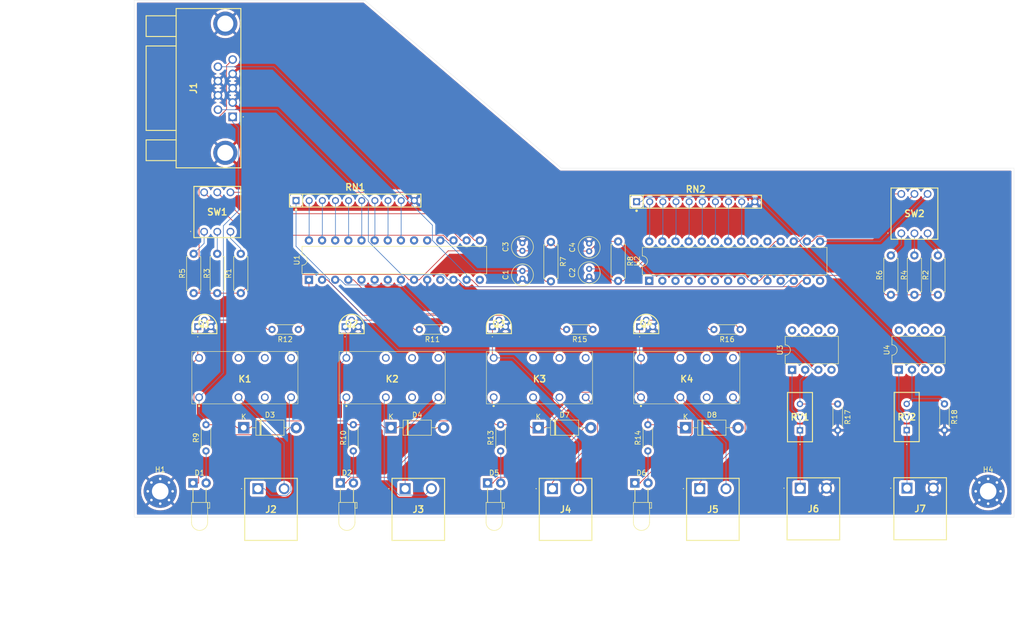
<source format=kicad_pcb>
(kicad_pcb (version 20221018) (generator pcbnew)
  (layers (0 "F.Cu" signal "Front") (31 "B.Cu" signal "Back") (34 "B.Paste" user) (35 "F.Paste" user) (36 "B.SilkS" user "B.Silkscreen") (37 "F.SilkS" user "F.Silkscreen") (38 "B.Mask" user) (39 "F.Mask" user) (44 "Edge.Cuts" user))
  (net 0 "")
  (net 1 "GNDREF")
  (net 2 "Net-(U1-~{RESET})")
  (net 3 "VCC")
  (net 4 "Net-(U2-~{RESET})")
  (net 5 "Net-(D1-K)")
  (net 6 "Net-(D1-A)")
  (net 7 "+12V")
  (net 8 "Net-(J6-Pin_1)")
  (net 9 "Net-(J7-Pin_1)")
  (net 10 "/SCK")
  (net 11 "/SDA")
  (net 12 "Net-(Q1-B)")
  (net 13 "Net-(R2-Pad2)")
  (net 14 "Net-(R4-Pad2)")
  (net 15 "Net-(U3A--)")
  (net 16 "Net-(U4A--)")
  (net 17 "Tor_Out_1")
  (net 18 "Tor_Out_2")
  (net 19 "Tor_Out_3")
  (net 20 "Tor_Out_4")
  (net 21 "Net-(U3A-+)")
  (net 22 "Ana_1_Out_7")
  (net 23 "Ana_1_Out_6")
  (net 24 "Ana_1_Out_5")
  (net 25 "Ana_1_Out_4")
  (net 26 "Ana_1_Out_3")
  (net 27 "Ana_1_Out_2")
  (net 28 "Ana_1_Out_1")
  (net 29 "Ana_1_Out_0")
  (net 30 "Net-(U4A-+)")
  (net 31 "Ana_2_Out_7")
  (net 32 "Ana_2_Out_6")
  (net 33 "Ana_2_Out_5")
  (net 34 "Ana_2_Out_4")
  (net 35 "Ana_2_Out_3")
  (net 36 "Ana_2_Out_2")
  (net 37 "Ana_2_Out_1")
  (net 38 "Ana_2_Out_0")
  (net 39 "Net-(U1-A0)")
  (net 40 "Net-(U1-A1)")
  (net 41 "Net-(U1-A2)")
  (net 42 "Net-(U2-A0)")
  (net 43 "Net-(U2-A1)")
  (net 44 "Net-(U2-A2)")
  (net 69 "Net-(J2-Pin_1)")
  (net 70 "Net-(J2-Pin_2)")
  (net 71 "Net-(R1-Pad2)")
  (net 72 "Net-(R3-Pad2)")
  (net 73 "Net-(R5-Pad1)")
  (net 74 "Net-(R6-Pad1)")
  (net 75 "Net-(D2-K)")
  (net 76 "Net-(D2-A)")
  (net 77 "Net-(D5-K)")
  (net 78 "Net-(D5-A)")
  (net 79 "Net-(D6-K)")
  (net 80 "Net-(D6-A)")
  (net 81 "Net-(J3-Pin_1)")
  (net 82 "Net-(J3-Pin_2)")
  (net 83 "Net-(J4-Pin_1)")
  (net 84 "Net-(J4-Pin_2)")
  (net 85 "Net-(J5-Pin_1)")
  (net 86 "Net-(J5-Pin_2)")
  (net 99 "Net-(Q2-B)")
  (net 100 "Net-(Q3-B)")
  (net 101 "Net-(Q4-B)")
  (footprint "Lib Perso:DS01C254S03BE" (layer "F.Cu") (at 75.19 81.7954)
    (fp_text reference "SW1")
    (fp_text value "DS01C-254-S-03BE" hide)
  )
  (footprint "Lib Perso:3296W1223LF" (layer "F.Cu") (at 210.9625 120.1802)
    (fp_text reference "RV2")
    (fp_text value "22K" hide)
  )
  (footprint "Resistor_THT:R_Axial_DIN0207_L6.3mm_D2.5mm_P7.62mm_Horizontal" (layer "F.Cu") (at 155.2 83.68 -90)
    (fp_text reference "R8")
    (fp_text value "10K")
  )
  (footprint "Diode_THT:D_DO-41_SOD81_P10.16mm_Horizontal" (layer "F.Cu") (at 139.76 119.7)
    (fp_text reference "D7")
    (fp_text value "1N4007")
  )
  (footprint "Lib Perso:2N3417PBFREE" (layer "F.Cu") (at 130.89 100.17)
    (fp_text reference "Q3")
    (fp_text value "2N3417 PBFREE\n" hide)
  )
  (footprint "MountingHole:MountingHole_3.2mm_M3_Pad_Via" (layer "F.Cu") (at 226.7 132)
    (fp_text reference "H4")
    (fp_text value "MountingHole_Pad")
  )
  (footprint "Resistor_THT:R_Axial_DIN0204_L3.6mm_D1.6mm_P5.08mm_Horizontal" (layer "F.Cu") (at 75.5502 124.2 90)
    (fp_text reference "R9")
    (fp_text value "330")
  )
  (footprint "Resistor_THT:R_Axial_DIN0204_L3.6mm_D1.6mm_P5.08mm_Horizontal" (layer "F.Cu") (at 104.0151 124.2 90)
    (fp_text reference "R10")
    (fp_text value "330")
  )
  (footprint "Lib Perso:G5V23DC" (layer "F.Cu") (at 139.995 110.285)
    (fp_text reference "K3")
    (fp_text value "G5V-2-DC12" hide)
  )
  (footprint "Capacitor_THT:C_Radial_D4.0mm_H5.0mm_P1.50mm" (layer "F.Cu") (at 136.7 85.49 90)
    (fp_text reference "C3")
    (fp_text value "100nF")
  )
  (footprint "Resistor_THT:R_Axial_DIN0207_L6.3mm_D2.5mm_P7.62mm_Horizontal" (layer "F.Cu") (at 77.72 93.6854 90)
    (fp_text reference "R3")
    (fp_text value "10K")
  )
  (footprint "Resistor_THT:R_Axial_DIN0207_L6.3mm_D2.5mm_P7.62mm_Horizontal" (layer "F.Cu") (at 142.2 83.78 -90)
    (fp_text reference "R7")
    (fp_text value "10K")
  )
  (footprint "Lib Perso:1735882" (layer "F.Cu") (at 142.5 131.5)
    (fp_text reference "J4")
    (fp_text value "Out_2" hide)
  )
  (footprint "Resistor_THT:R_Axial_DIN0207_L6.3mm_D2.5mm_P7.62mm_Horizontal" (layer "F.Cu") (at 82.27 93.6854 90)
    (fp_text reference "R1")
    (fp_text value "10K")
  )
  (footprint "Resistor_THT:R_Axial_DIN0204_L3.6mm_D1.6mm_P5.08mm_Horizontal" (layer "F.Cu") (at 218.2625 115.1002 -90)
    (fp_text reference "R18")
    (fp_text value "10K")
  )
  (footprint "LED_THT:LED_D3.0mm_Horizontal_O3.81mm_Z6.0mm" (layer "F.Cu") (at 129.97 130.4)
    (fp_text reference "D5")
    (fp_text value "LED")
  )
  (footprint "Lib Perso:1735882" (layer "F.Cu") (at 211.0225 131.3802)
    (fp_text reference "J7")
    (fp_text value "Out_1" hide)
  )
  (footprint "Capacitor_THT:C_Radial_D4.0mm_H5.0mm_P1.50mm" (layer "F.Cu") (at 149.6 90.48 90)
    (fp_text reference "C2")
    (fp_text value "100nF")
  )
  (footprint "Resistor_THT:R_Axial_DIN0204_L3.6mm_D1.6mm_P5.08mm_Horizontal" (layer "F.Cu") (at 160.9449 124.2 90)
    (fp_text reference "R14")
    (fp_text value "330")
  )
  (footprint "Resistor_THT:R_Axial_DIN0204_L3.6mm_D1.6mm_P5.08mm_Horizontal" (layer "F.Cu") (at 132.48 124.2 90)
    (fp_text reference "R13")
    (fp_text value "330")
  )
  (footprint "Package_DIP:DIP-8_W7.62mm" (layer "F.Cu") (at 209.4425 108.4802 90)
    (fp_text reference "U4")
    (fp_text value "TL074")
  )
  (footprint "Resistor_THT:R_Axial_DIN0207_L6.3mm_D2.5mm_P7.62mm_Horizontal" (layer "F.Cu") (at 217 94 90)
    (fp_text reference "R2")
    (fp_text value "10K")
  )
  (footprint "Lib Perso:1735882" (layer "F.Cu") (at 190.3911 131.4)
    (fp_text reference "J6")
    (fp_text value "Out_1" hide)
  )
  (footprint "Lib Perso:NFD17E09SAFC1DA" (layer "F.Cu") (at 80.7 59.58 -90)
    (fp_text reference "J1")
    (fp_text value "Sub-D9" hide)
  )
  (footprint "Lib Perso:G5V23DC" (layer "F.Cu") (at 168.4599 110.285)
    (fp_text reference "K4")
    (fp_text value "G5V-2-DC12" hide)
  )
  (footprint "Resistor_THT:R_Axial_DIN0204_L3.6mm_D1.6mm_P5.08mm_Horizontal" (layer "F.Cu") (at 121.8551 100.7 180)
    (fp_text reference "R11")
    (fp_text value "1K")
  )
  (footprint "Resistor_THT:R_Axial_DIN0204_L3.6mm_D1.6mm_P5.08mm_Horizontal" (layer "F.Cu") (at 197.6311 115.12 -90)
    (fp_text reference "R17")
    (fp_text value "10K")
  )
  (footprint "MountingHole:MountingHole_3.2mm_M3_Pad_Via" (layer "F.Cu") (at 66.7 132)
    (fp_text reference "H1")
    (fp_text value "MountingHole_Pad")
  )
  (footprint "Lib Perso:1735882" (layer "F.Cu") (at 114.0351 131.5)
    (fp_text reference "J3")
    (fp_text value "Out_3" hide)
  )
  (footprint "Lib Perso:DS01C254S03BE" (layer "F.Cu") (at 209.92 82.11)
    (fp_text reference "SW2")
    (fp_text value "DS01C-254-S-03BE" hide)
  )
  (footprint "Lib Perso:2N3417PBFREE" (layer "F.Cu") (at 102.4251 100.17)
    (fp_text reference "Q2")
    (fp_text value "2N3417 PBFREE\n" hide)
  )
  (footprint "Lib Perso:SIP249W51P254L2535H508Q10P" (layer "F.Cu") (at 170.19 75.99 90)
    (fp_text reference "RN2")
    (fp_text value "4610X-R2R-103LF" hide)
  )
  (footprint "Resistor_THT:R_Axial_DIN0207_L6.3mm_D2.5mm_P7.62mm_Horizontal" (layer "F.Cu") (at 207.9 86.38 -90)
    (fp_text reference "R6")
    (fp_text value "10K")
  )
  (footprint "Resistor_THT:R_Axial_DIN0207_L6.3mm_D2.5mm_P7.62mm_Horizontal" (layer "F.Cu") (at 212.45 94 90)
    (fp_text reference "R4")
    (fp_text value "10K")
  )
  (footprint "Diode_THT:D_DO-41_SOD81_P10.16mm_Horizontal" (layer "F.Cu") (at 111.2951 119.7)
    (fp_text reference "D4")
    (fp_text value "1N4007")
  )
  (footprint "Package_DIP:DIP-28_W7.62mm" (layer "F.Cu") (at 95.44 91.0951 90)
    (fp_text reference "U1")
    (fp_text value "MCP23017_SP")
  )
  (footprint "LED_THT:LED_D3.0mm_Horizontal_O3.81mm_Z6.0mm" (layer "F.Cu") (at 73.0402 130.4)
    (fp_text reference "D1")
    (fp_text value "LED")
  )
  (footprint "Package_DIP:DIP-28_W7.62mm" (layer "F.Cu") (at 161.2 91.29 90)
    (fp_text reference "U2")
    (fp_text value "MCP23017_SP")
  )
  (footprint "Resistor_THT:R_Axial_DIN0207_L6.3mm_D2.5mm_P7.62mm_Horizontal" (layer "F.Cu") (at 73.17 86.0654 -90)
    (fp_text reference "R5")
    (fp_text value "10K")
  )
  (footprint "Diode_THT:D_DO-41_SOD81_P10.16mm_Horizontal" (layer "F.Cu") (at 168.2249 119.7)
    (fp_text reference "D8")
    (fp_text value "1N4007")
  )
  (footprint "Lib Perso:G5V23DC" (layer "F.Cu") (at 83.0652 110.285)
    (fp_text reference "K1")
    (fp_text value "G5V-2-DC12" hide)
  )
  (footprint "Capacitor_THT:C_Radial_D4.0mm_H5.0mm_P1.50mm" (layer "F.Cu") (at 149.6 85.58 90)
    (fp_text reference "C4")
    (fp_text value "100nF")
  )
  (footprint "Package_DIP:DIP-8_W7.62mm" (layer "F.Cu") (at 188.8111 108.5 90)
    (fp_text reference "U3")
    (fp_text value "TL074")
  )
  (footprint "Diode_THT:D_DO-41_SOD81_P10.16mm_Horizontal" (layer "F.Cu") (at 82.8302 119.7)
    (fp_text reference "D3")
    (fp_text value "1N4007")
  )
  (footprint "Resistor_THT:R_Axial_DIN0204_L3.6mm_D1.6mm_P5.08mm_Horizontal" (layer "F.Cu") (at 178.7849 100.7 180)
    (fp_text reference "R16")
    (fp_text value "1K")
  )
  (footprint "Lib Perso:3296W1223LF" (layer "F.Cu") (at 190.3311 120.2)
    (fp_text reference "RV1")
    (fp_text value "22K" hide)
  )
  (footprint "Resistor_THT:R_Axial_DIN0204_L3.6mm_D1.6mm_P5.08mm_Horizontal" (layer "F.Cu") (at 93.3902 100.7 180)
    (fp_text reference "R12")
    (fp_text value "1K")
  )
  (footprint "Lib Perso:2N3417PBFREE" (layer "F.Cu") (at 159.3549 100.17)
    (fp_text reference "Q4")
    (fp_text value "2N3417 PBFREE\n" hide)
  )
  (footprint "Capacitor_THT:C_Radial_D4.0mm_H5.0mm_P1.50mm" (layer "F.Cu") (at 136.7 90.89 90)
    (fp_text reference "C1")
    (fp_text value "100nF")
  )
  (footprint "Lib Perso:1735882" (layer "F.Cu") (at 170.9649 131.5)
    (fp_text reference "J5")
    (fp_text value "Out_4" hide)
  )
  (footprint "LED_THT:LED_D3.0mm_Horizontal_O3.81mm_Z6.0mm" (layer "F.Cu") (at 101.5051 130.4)
    (fp_text reference "D2")
    (fp_text value "LED")
  )
  (footprint "Resistor_THT:R_Axial_DIN0204_L3.6mm_D1.6mm_P5.08mm_Horizontal" (layer "F.Cu") (at 150.32 100.7 180)
    (fp_text reference "R15")
    (fp_text value "1K")
  )
  (footprint "LED_THT:LED_D3.0mm_Horizontal_O3.81mm_Z6.0mm" (layer "F.Cu") (at 158.4349 130.4)
    (fp_text reference "D6")
    (fp_text value "LED")
  )
  (footprint "Lib Perso:SIP249W51P254L2535H508Q10P" (layer "F.Cu") (at 104.38 75.7754 90)
    (fp_text reference "RN1")
    (fp_text value "4610X-R2R-103LF" hide)
  )
  (footprint "Lib Perso:1735882" (layer "F.Cu") (at 85.5702 131.5)
    (fp_text reference "J2")
    (fp_text value "Out_1" hide)
  )
  (footprint "Lib Perso:2N3417PBFREE" (layer "F.Cu") (at 73.9602 100.17)
    (fp_text reference "Q1")
    (fp_text value "2N3417 PBFREE\n" hide)
  )
  (footprint "Lib Perso:G5V23DC" (layer "F.Cu") (at 111.5301 110.285)
    (fp_text reference "K2")
    (fp_text value "G5V-2-DC12" hide)
  )
  (gr_poly (pts (xy 61.7 137) (xy 61.7 37) (xy 106.2 37) (xy 144.2 69.5) (xy 231.7 69.5) (xy 231.7 137)) (stroke (width 0.0381)) (fill none) (layer "Edge.Cuts"))
  (segment (start 136.7 89.39) (end 139.1976 89.39) (width 0.127) (layer "F.Cu") (net 2))
  (segment (start 139.1976 89.39) (end 141.2076 91.4) (width 0.127) (layer "F.Cu") (net 2))
  (segment (start 142.2 91.4) (end 141.2076 91.4) (width 0.127) (layer "F.Cu") (net 2))
  (segment (start 136.7 89.39) (end 127.7473 89.39) (width 0.127) (layer "B.Cu") (net 2))
  (segment (start 127.7473 89.39) (end 121.8324 83.4751) (width 0.127) (layer "B.Cu") (net 2))
  (segment (start 120.84 83.4751) (end 121.8324 83.4751) (width 0.127) (layer "B.Cu") (net 2))
  (segment (start 149.6 85.5386) (end 143.9586 85.5386) (width 0.127) (layer "F.Cu") (net 3))
  (segment (start 82.27 93.6854) (end 77.72 93.6854) (width 0.127) (layer "F.Cu") (net 3))
  (segment (start 74.2119 93.6854) (end 74.2119 63.4264) (width 0.127) (layer "F.Cu") (net 3))
  (segment (start 207.9 94) (end 212.45 94) (width 0.127) (layer "F.Cu") (net 3))
  (segment (start 183.5483 90.2541) (end 182.5124 91.29) (width 0.127) (layer "F.Cu") (net 3))
  (segment (start 79.5242 49.6758) (end 80.7 48.5) (width 0.127) (layer "F.Cu") (net 3))
  (segment (start 155.2 83.68) (end 151.4586 83.68) (width 0.127) (layer "F.Cu") (net 3))
  (segment (start 140.49 85.49) (end 142.2 83.78) (width 0.127) (layer "F.Cu") (net 3))
  (segment (start 122.3575 85.49) (end 136.7 85.49) (width 0.127) (layer "F.Cu") (net 3))
  (segment (start 149.6 85.5386) (end 149.6 85.58) (width 0.127) (layer "F.Cu") (net 3))
  (segment (start 203.1617 90.2541) (end 183.5483 90.2541) (width 0.127) (layer "F.Cu") (net 3))
  (segment (start 115.76 91.0951) (end 116.7524 91.0951) (width 0.127) (layer "F.Cu") (net 3))
  (segment (start 143.9586 85.5386) (end 142.2 83.78) (width 0.127) (layer "F.Cu") (net 3))
  (segment (start 114.7676 91.0951) (end 113.738 90.0655) (width 0.127) (layer "F.Cu") (net 3))
  (segment (start 115.76 91.0951) (end 114.7676 91.0951) (width 0.127) (layer "F.Cu") (net 3))
  (segment (start 181.52 91.29) (end 182.5124 91.29) (width 0.127) (layer "F.Cu") (net 3))
  (segment (start 74.2119 93.6854) (end 73.17 93.6854) (width 0.127) (layer "F.Cu") (net 3))
  (segment (start 136.7 85.49) (end 140.49 85.49) (width 0.127) (layer "F.Cu") (net 3))
  (segment (start 113.738 90.0655) (end 85.8899 90.0655) (width 0.127) (layer "F.Cu") (net 3))
  (segment (start 74.2119 63.4264) (end 79.5242 58.1141) (width 0.127) (layer "F.Cu") (net 3))
  (segment (start 212.45 94) (end 217 94) (width 0.127) (layer "F.Cu") (net 3))
  (segment (start 206.9076 94) (end 203.1617 90.2541) (width 0.127) (layer "F.Cu") (net 3))
  (segment (start 77.72 93.6854) (end 74.2119 93.6854) (width 0.127) (layer "F.Cu") (net 3))
  (segment (start 116.7524 91.0951) (end 122.3575 85.49) (width 0.127) (layer "F.Cu") (net 3))
  (segment (start 207.9 94) (end 206.9076 94) (width 0.127) (layer "F.Cu") (net 3))
  (segment (start 85.8899 90.0655) (end 82.27 93.6854) (width 0.127) (layer "F.Cu") (net 3))
  (segment (start 151.4586 83.68) (end 149.6 85.5386) (width 0.127) (layer "F.Cu") (net 3))
  (segment (start 79.5242 58.1141) (end 79.5242 49.6758) (width 0.127) (layer "F.Cu") (net 3))
  (segment (start 179.5352 90.2976) (end 161.8176 90.2976) (width 0.127) (layer "B.Cu") (net 3))
  (segment (start 180.5276 91.29) (end 179.5352 90.2976) (width 0.127) (layer "B.Cu") (net 3))
  (segment (start 181.52 91.29) (end 180.5276 91.29) (width 0.127) (layer "B.Cu") (net 3))
  (segment (start 161.8176 90.2976) (end 155.2 83.68) (width 0.127) (layer "B.Cu") (net 3))
  (segment (start 186.6 83.67) (end 185.6076 83.67) (width 0.127) (layer "F.Cu") (net 4))
  (segment (start 155.2 91.3) (end 156.1924 91.3) (width 0.127) (layer "F.Cu") (net 4))
  (segment (start 162.1685 85.3239) (end 183.9537 85.3239) (width 0.127) (layer "F.Cu") (net 4))
  (segment (start 156.1924 91.3) (end 162.1685 85.3239) (width 0.127) (layer "F.Cu") (net 4))
  (segment (start 183.9537 85.3239) (end 185.6076 83.67) (width 0.127) (layer "F.Cu") (net 4))
  (segment (start 155.2 91.3) (end 154.2076 91.3) (width 0.127) (layer "B.Cu") (net 4))
  (segment (start 151.8876 88.98) (end 149.6 88.98) (width 0.127) (layer "B.Cu") (net 4))
  (segment (start 154.2076 91.3) (end 151.8876 88.98) (width 0.127) (layer "B.Cu") (net 4))
  (segment (start 74.4596 121.0511) (end 90.3467 121.0511) (width 0.127) (layer "F.Cu") (net 5))
  (segment (start 92.9902 119.7) (end 91.6978 119.7) (width 0.127) (layer "F.Cu") (net 5))
  (segment (start 74.4596 121.0511) (end 73.236 119.8275) (width 0.127) (layer "F.Cu") (net 5))
  (segment (start 74.1326 121.3781) (end 74.4596 121.0511) (width 0.127) (layer "F.Cu") (net 5))
  (segment (start 74.1326 130.4) (end 74.1326 121.3781) (width 0.127) (layer "F.Cu") (net 5))
  (segment (start 90.3467 121.0511) (end 91.6978 119.7) (width 0.127) (layer "F.Cu") (net 5))
  (segment (start 73.236 106.9242) (end 73.9602 106.2) (width 0.127) (layer "F.Cu") (net 5))
  (segment (start 73.9602 106.2) (end 73.9602 100.17) (width 0.127) (layer "F.Cu") (net 5))
  (segment (start 73.236 119.8275) (end 73.236 106.9242) (width 0.127) (layer "F.Cu") (net 5))
  (segment (start 73.9602 106.2) (end 74.2152 106.2) (width 0.127) (layer "F.Cu") (net 5))
  (segment (start 73.0402 130.4) (end 74.1326 130.4) (width 0.127) (layer "F.Cu") (net 5))
  (segment (start 75.5802 130.4) (end 75.5802 124.23) (width 0.127) (layer "B.Cu") (net 6))
  (segment (start 75.5802 124.23) (end 75.5502 124.2) (width 0.127) (layer "B.Cu") (net 6))
  (segment (start 168.2249 119.7) (end 166.9325 119.7) (width 0.127) (layer "F.Cu") (net 7))
  (segment (start 103.5689 119.12) (end 104.0151 119.12) (width 0.127) (layer "F.Cu") (net 7))
  (segment (start 137.8876 119.12) (end 138.4676 119.7) (width 0.127) (layer "F.Cu") (net 7))
  (segment (start 160.9449 115.155) (end 160.9449 119.12) (width 0.127) (layer "F.Cu") (net 7))
  (segment (start 112.5875 119.7) (end 113.8984 118.3891) (width 0.127) (layer "F.Cu") (net 7))
  (segment (start 139.76 119.7) (end 141.0524 119.7) (width 0.127) (layer "F.Cu") (net 7))
  (segment (start 80.9578 119.12) (end 81.5378 119.7) (width 0.127) (layer "F.Cu") (net 7))
  (segment (start 84.1226 119.7) (end 85.4335 118.3891) (width 0.127) (layer "F.Cu") (net 7))
  (segment (start 132.0338 119.12) (end 132.48 119.12) (width 0.127) (layer "F.Cu") (net 7))
  (segment (start 102.3918 114.1083) (end 102.6801 113.82) (width 0.127) (layer "F.Cu") (net 7))
  (segment (start 130.8567 118.3891) (end 130.8567 114.1083) (width 0.127) (layer "F.Cu") (net 7))
  (segment (start 102.3918 118.3891) (end 102.3918 114.1083) (width 0.127) (layer "F.Cu") (net 7))
  (segment (start 141.0524 119.7) (end 147.8966 112.8558) (width 0.127) (layer "F.Cu") (net 7))
  (segment (start 102.3918 118.3891) (end 103.1227 119.12) (width 0.127) (layer "F.Cu") (net 7))
  (segment (start 85.4335 118.3891) (end 102.3918 118.3891) (width 0.127) (layer "F.Cu") (net 7))
  (segment (start 139.76 119.7) (end 138.4676 119.7) (width 0.127) (layer "F.Cu") (net 7))
  (segment (start 132.0338 119.12) (end 131.5876 119.12) (width 0.127) (layer "F.Cu") (net 7))
  (segment (start 111.2951 119.7) (end 110.0027 119.7) (width 0.127) (layer "F.Cu") (net 7))
  (segment (start 166.3525 119.12) (end 160.9449 119.12) (width 0.127) (layer "F.Cu") (net 7))
  (segment (start 158.6457 112.8558) (end 159.6099 113.82) (width 0.127) (layer "F.Cu") (net 7))
  (segment (start 147.8966 112.8558) (end 158.6457 112.8558) (width 0.127) (layer "F.Cu") (net 7))
  (segment (start 75.5502 119.12) (end 80.9578 119.12) (width 0.127) (layer "F.Cu") (net 7))
  (segment (start 130.8567 118.3891) (end 131.5876 119.12) (width 0.127) (layer "F.Cu") (net 7))
  (segment (start 159.6099 113.82) (end 160.9449 115.155) (width 0.127) (layer "F.Cu") (net 7))
  (segment (start 132.48 119.12) (end 137.8876 119.12) (width 0.127) (layer "F.Cu") (net 7))
  (segment (start 111.2951 119.7) (end 112.5875 119.7) (width 0.127) (layer "F.Cu") (net 7))
  (segment (start 82.8302 119.7) (end 81.5378 119.7) (width 0.127) (layer "F.Cu") (net 7))
  (segment (start 104.0151 119.12) (end 109.4227 119.12) (width 0.127) (layer "F.Cu") (net 7))
  (segment (start 82.8302 119.7) (end 84.1226 119.7) (width 0.127) (layer "F.Cu") (net 7))
  (segment (start 103.5689 119.12) (end 103.1227 119.12) (width 0.127) (layer "F.Cu") (net 7))
  (segment (start 113.8984 118.3891) (end 130.8567 118.3891) (width 0.127) (layer "F.Cu") (net 7))
  (segment (start 130.8567 114.1083) (end 131.145 113.82) (width 0.127) (layer "F.Cu") (net 7))
  (segment (start 166.9325 119.7) (end 166.3525 119.12) (width 0.127) (layer "F.Cu") (net 7))
  (segment (start 109.4227 119.12) (end 110.0027 119.7) (width 0.127) (layer "F.Cu") (net 7))
  (segment (start 81.8081 77.7369) (end 78.9054 80.6396) (width 0.127) (layer "B.Cu") (net 7))
  (segment (start 74.2152 116.8926) (end 74.2152 113.82) (width 0.127) (layer "B.Cu") (net 7))
  (segment (start 78.9054 109.1298) (end 74.2152 113.82) (width 0.127) (layer "B.Cu") (net 7))
  (segment (start 75.5502 118.2276) (end 74.2152 116.8926) (width 0.127) (layer "B.Cu") (net 7))
  (segment (start 80.7 59.58) (end 80.7 60.5974) (width 0.127) (layer "B.Cu") (net 7))
  (segment (start 78.9054 80.6396) (end 78.9054 109.1298) (width 0.127) (layer "B.Cu") (net 7))
  (segment (start 80.7 60.5974) (end 81.8081 61.7055) (width 0.127) (layer "B.Cu") (net 7))
  (segment (start 75.5502 119.12) (end 75.5502 118.2276) (width 0.127) (layer "B.Cu") (net 7))
  (segment (start 81.8081 61.7055) (end 81.8081 77.7369) (width 0.127) (layer "B.Cu") (net 7))
  (segment (start 190.3911 121.0609) (end 190.3311 121.0009) (width 0.127) (layer "B.Cu") (net 8))
  (segment (start 188.8111 116.14) (end 190.3311 117.66) (width 0.127) (layer "B.Cu") (net 8))
  (segment (start 190.3311 120.2) (end 190.3311 121.0009) (width 0.127) (layer "B.Cu") (net 8))
  (segment (start 190.3911 131.4) (end 190.3911 121.0609) (width 0.127) (layer "B.Cu") (net 8))
  (segment (start 190.3311 117.66) (end 190.3311 120.2) (width 0.127) (layer "B.Cu") (net 8))
  (segment (start 188.8111 108.5) (end 188.8111 116.14) (width 0.127) (layer "B.Cu") (net 8))
  (segment (start 209.4425 108.4802) (end 209.4425 116.1202) (width 0.127) (layer "B.Cu") (net 9))
  (segment (start 210.9625 120.1802) (end 210.9625 120.9811) (width 0.127) (layer "B.Cu") (net 9))
  (segment (start 210.9625 117.6402) (end 210.9625 120.1802) (width 0.127) (layer "B.Cu") (net 9))
  (segment (start 209.4425 116.1202) (end 210.9625 117.6402) (width 0.127) (layer "B.Cu") (net 9))
  (segment (start 211.0225 131.3802) (end 211.0225 121.0411) (width 0.127) (layer "B.Cu") (net 9))
  (segment (start 211.0225 121.0411) (end 210.9625 120.9811) (width 0.127) (layer "B.Cu") (net 9))
  (segment (start 187.0099 92.4277) (end 125.705 92.4277) (width 0.127) (layer "B.Cu") (net 10))
  (segment (start 123.38 91.0951) (end 124.3724 91.0951) (width 0.127) (layer "B.Cu") (net 10))
  (segment (start 188.1476 91.29) (end 187.0099 92.4277) (width 0.127) (layer "B.Cu") (net 10))
  (segment (start 89.3067 58.195) (end 77.86 58.195) (width 0.127) (layer "B.Cu") (net 10))
  (segment (start 122.3876 91.0951) (end 121.3952 90.1027) (width 0.127) (layer "B.Cu") (net 10))
  (segment (start 113.3578 90.1027) (end 106.92 83.6649) (width 0.127) (layer "B.Cu") (net 10))
  (segment (start 121.3952 90.1027) (end 113.3578 90.1027) (width 0.127) (layer "B.Cu") (net 10))
  (segment (start 123.38 91.0951) (end 122.3876 91.0951) (width 0.127) (layer "B.Cu") (net 10))
  (segment (start 189.14 91.29) (end 188.1476 91.29) (width 0.127) (layer "B.Cu") (net 10))
  (segment (start 106.92 83.6649) (end 106.92 75.8083) (width 0.127) (layer "B.Cu") (net 10))
  (segment (start 125.705 92.4277) (end 124.3724 91.0951) (width 0.127) (layer "B.Cu") (net 10))
  (segment (start 106.92 75.8083) (end 89.3067 58.195) (width 0.127) (layer "B.Cu") (net 10))
  (segment (start 128.221 92.4037) (end 126.9124 91.0951) (width 0.127) (layer "F.Cu") (net 11))
  (segment (start 125.92 91.0951) (end 126.9124 91.0951) (width 0.127) (layer "F.Cu") (net 11))
  (segment (start 191.68 91.29) (end 190.6876 91.29) (width 0.127) (layer "F.Cu") (net 11))
  (segment (start 190.6876 91.29) (end 189.5739 92.4037) (width 0.127) (layer "F.Cu") (net 11))
  (segment (start 189.5739 92.4037) (end 128.221 92.4037) (width 0.127) (layer "F.Cu") (net 11))
  (segment (start 119.3032 83.4859) (end 119.3032 80.5398) (width 0.127) (layer "B.Cu") (net 11))
  (segment (start 119.3032 80.5398) (end 88.6484 49.885) (width 0.127) (layer "B.Cu") (net 11))
  (segment (start 88.6484 49.885) (end 77.86 49.885) (width 0.127) (layer "B.Cu") (net 11))
  (segment (start 125.92 90.1027) (end 119.3032 83.4859) (width 0.127) (layer "B.Cu") (net 11))
  (segment (start 125.92 91.0951) (end 125.92 90.1027) (width 0.127) (layer "B.Cu") (net 11))
  (segment (start 88.3102 100.7) (end 87.4178 100.7) (width 0.127) (layer "F.Cu") (net 12))
  (segment (start 85.6178 98.9) (end 75.2302 98.9) (width 0.127) (layer "F.Cu") (net 12))
  (segment (start 87.4178 100.7) (end 85.6178 98.9) (width 0.127) (layer "F.Cu") (net 12))
  (segment (start 215 83.3876) (end 215 82.11) (width 0.127) (layer "B.Cu") (net 13))
  (segment (start 217 85.3876) (end 215 83.3876) (width 0.127) (layer "B.Cu") (net 13))
  (segment (start 217 86.38) (end 217 85.3876) (width 0.127) (layer "B.Cu") (net 13))
  (segment (start 212.45 85.3876) (end 212.46 85.3776) (width 0.127) (layer "B.Cu") (net 14))
  (segment (start 212.45 86.38) (end 212.45 85.3876) (width 0.127) (layer "B.Cu") (net 14))
  (segment (start 212.46 85.3776) (end 212.46 82.11) (width 0.127) (layer "B.Cu") (net 14))
  (segment (start 197.6311 115.12) (end 190.3311 115.12) (width 0.127) (layer "F.Cu") (net 15))
  (segment (start 190.3311 110.5124) (end 190.3311 115.12) (width 0.127) (layer "B.Cu") (net 15))
  (segment (start 191.3511 108.5) (end 191.3511 109.4924) (width 0.127) (layer "B.Cu") (net 15))
  (segment (start 191.3511 109.4924) (end 190.3311 110.5124) (width 0.127) (layer "B.Cu") (net 15))
  (segment (start 211.9825 114.0802) (end 210.9625 115.1002) (width 0.127) (layer "B.Cu") (net 16))
  (segment (start 211.9825 114.0802) (end 217.2425 114.0802) (width 0.127) (layer "B.Cu") (net 16))
  (segment (start 217.2425 114.0802) (end 218.2625 115.1002) (width 0.127) (layer "B.Cu") (net 16))
  (segment (start 211.9825 108.4802) (end 211.9825 114.0802) (width 0.127) (layer "B.Cu") (net 16))
  (segment (start 95.44 91.0951) (end 95.44 98.6502) (width 0.127) (layer "F.Cu") (net 17))
  (segment (start 95.44 98.6502) (end 93.3902 100.7) (width 0.127) (layer "F.Cu") (net 17))
  (segment (start 97.98 91.0951) (end 98.9724 91.0951) (width 0.127) (layer "F.Cu") (net 18))
  (segment (start 105.8533 97.976) (end 147.596 97.976) (width 0.127) (layer "F.Cu") (net 18))
  (segment (start 98.9724 91.0951) (end 105.8533 97.976) (width 0.127) (layer "F.Cu") (net 18))
  (segment (start 147.596 97.976) (end 150.32 100.7) (width 0.127) (layer "F.Cu") (net 18))
  (segment (start 113.2426 92.0875) (end 121.8551 100.7) (width 0.127) (layer "B.Cu") (net 19))
  (segment (start 101.5124 91.0951) (end 102.5048 92.0875) (width 0.127) (layer "B.Cu") (net 19))
  (segment (start 100.52 91.0951) (end 101.5124 91.0951) (width 0.127) (layer "B.Cu") (net 19))
  (segment (start 102.5048 92.0875) (end 113.2426 92.0875) (width 0.127) (layer "B.Cu") (net 19))
  (segment (start 103.06 91.0951) (end 104.0524 91.0951) (width 0.127) (layer "F.Cu") (net 20))
  (segment (start 110.6513 97.694) (end 104.0524 91.0951) (width 0.127) (layer "F.Cu") (net 20))
  (segment (start 178.7849 100.7) (end 175.7789 97.694) (width 0.127) (layer "F.Cu") (net 20))
  (segment (start 175.7789 97.694) (end 110.6513 97.694) (width 0.127) (layer "F.Cu") (net 20))
  (segment (start 193.8911 108.5) (end 192.8987 108.5) (width 0.127) (layer "B.Cu") (net 21))
  (segment (start 92.95 84.62) (end 99.3876 91.0576) (width 0.127) (layer "B.Cu") (net 21))
  (segment (start 99.3876 91.0576) (end 99.3876 91.4141) (width 0.127) (layer "B.Cu") (net 21))
  (segment (start 92.95 75.7754) (end 92.95 84.62) (width 0.127) (layer "B.Cu") (net 21))
  (segment (start 112.6635 104.69) (end 189.0887 104.69) (width 0.127) (layer "B.Cu") (net 21))
  (segment (start 189.0887 104.69) (end 192.8987 108.5) (width 0.127) (layer "B.Cu") (net 21))
  (segment (start 99.3876 91.4141) (end 112.6635 104.69) (width 0.127) (layer "B.Cu") (net 21))
  (segment (start 95.44 83.4751) (end 95.44 82.4827) (width 0.127) (layer "B.Cu") (net 22))
  (segment (start 95.44 82.4827) (end 95.49 82.4327) (width 0.127) (layer "B.Cu") (net 22))
  (segment (start 95.49 82.4327) (end 95.49 75.7754) (width 0.127) (layer "B.Cu") (net 22))
  (segment (start 98.03 82.4327) (end 98.03 75.7754) (width 0.127) (layer "B.Cu") (net 23))
  (segment (start 97.98 82.4827) (end 98.03 82.4327) (width 0.127) (layer "B.Cu") (net 23))
  (segment (start 97.98 83.4751) (end 97.98 82.4827) (width 0.127) (layer "B.Cu") (net 23))
  (segment (start 100.52 83.4751) (end 100.52 82.4827) (width 0.127) (layer "B.Cu") (net 24))
  (segment (start 100.57 82.4327) (end 100.57 75.7754) (width 0.127) (layer "B.Cu") (net 24))
  (segment (start 100.52 82.4827) (end 100.57 82.4327) (width 0.127) (layer "B.Cu") (net 24))
  (segment (start 103.06 83.4751) (end 103.06 82.4827) (width 0.127) (layer "B.Cu") (net 25))
  (segment (start 103.11 82.4327) (end 103.11 75.7754) (width 0.127) (layer "B.Cu") (net 25))
  (segment (start 103.06 82.4827) (end 103.11 82.4327) (width 0.127) (layer "B.Cu") (net 25))
  (segment (start 105.65 82.4327) (end 105.65 75.7754) (width 0.127) (layer "B.Cu") (net 26))
  (segment (start 105.6 83.4751) (end 105.6 82.4827) (width 0.127) (layer "B.Cu") (net 26))
  (segment (start 105.6 82.4827) (end 105.65 82.4327) (width 0.127) (layer "B.Cu") (net 26))
  (segment (start 108.19 82.4327) (end 108.19 75.7754) (width 0.127) (layer "B.Cu") (net 27))
  (segment (start 108.14 82.4827) (end 108.19 82.4327) (width 0.127) (layer "B.Cu") (net 27))
  (segment (start 108.14 83.4751) (end 108.14 82.4827) (width 0.127) (layer "B.Cu") (net 27))
  (segment (start 110.68 82.4827) (end 110.73 82.4327) (width 0.127) (layer "B.Cu") (net 28))
  (segment (start 110.68 83.4751) (end 110.68 82.4827) (width 0.127) (layer "B.Cu") (net 28))
  (segment (start 110.73 82.4327) (end 110.73 75.7754) (width 0.127) (layer "B.Cu") (net 28))
  (segment (start 113.27 82.4327) (end 113.27 75.7754) (width 0.127) (layer "B.Cu") (net 29))
  (segment (start 113.22 83.4751) (end 113.22 82.4827) (width 0.127) (layer "B.Cu") (net 29))
  (segment (start 113.22 82.4827) (end 113.27 82.4327) (width 0.127) (layer "B.Cu") (net 29))
  (segment (start 160.5013 75.1161) (end 181.9932 75.1161) (width 0.127) (layer "B.Cu") (net 30))
  (segment (start 190.41 83.8592) (end 214.0386 107.4878) (width 0.127) (layer "B.Cu") (net 30))
  (segment (start 158.76 75.99) (end 159.6274 75.99) (width 0.127) (layer "B.Cu") (net 30))
  (segment (start 159.6274 75.99) (end 160.5013 75.1161) (width 0.127) (layer "B.Cu") (net 30))
  (segment (start 181.9932 75.1161) (end 190.41 83.5329) (width 0.127) (layer "B.Cu") (net 30))
  (segment (start 214.5225 108.4802) (end 214.5225 107.4878) (width 0.127) (layer "B.Cu") (net 30))
  (segment (start 190.41 83.5329) (end 190.41 83.8592) (width 0.127) (layer "B.Cu") (net 30))
  (segment (start 214.0386 107.4878) (end 214.5225 107.4878) (width 0.127) (layer "B.Cu") (net 30))
  (segment (start 161.3 82.5776) (end 161.3 75.99) (width 0.127) (layer "B.Cu") (net 31))
  (segment (start 161.2 82.6776) (end 161.3 82.5776) (width 0.127) (layer "B.Cu") (net 31))
  (segment (start 161.2 83.67) (end 161.2 82.6776) (width 0.127) (layer "B.Cu") (net 31))
  (segment (start 163.74 82.6776) (end 163.84 82.5776) (width 0.127) (layer "B.Cu") (net 32))
  (segment (start 163.74 83.67) (end 163.74 82.6776) (width 0.127) (layer "B.Cu") (net 32))
  (segment (start 163.84 82.5776) (end 163.84 75.99) (width 0.127) (layer "B.Cu") (net 32))
  (segment (start 166.38 82.5776) (end 166.38 75.99) (width 0.127) (layer "B.Cu") (net 33))
  (segment (start 166.28 82.6776) (end 166.38 82.5776) (width 0.127) (layer "B.Cu") (net 33))
  (segment (start 166.28 83.67) (end 166.28 82.6776) (width 0.127) (layer "B.Cu") (net 33))
  (segment (start 168.82 82.6776) (end 168.92 82.5776) (width 0.127) (layer "B.Cu") (net 34))
  (segment (start 168.82 83.67) (end 168.82 82.6776) (width 0.127) (layer "B.Cu") (net 34))
  (segment (start 168.92 82.5776) (end 168.92 75.99) (width 0.127) (layer "B.Cu") (net 34))
  (segment (start 171.46 82.5776) (end 171.46 75.99) (width 0.127) (layer "B.Cu") (net 35))
  (segment (start 171.36 83.67) (end 171.36 82.6776) (width 0.127) (layer "B.Cu") (net 35))
  (segment (start 171.36 82.6776) (end 171.46 82.5776) (width 0.127) (layer "B.Cu") (net 35))
  (segment (start 174 82.5776) (end 174 75.99) (width 0.127) (layer "B.Cu") (net 36))
  (segment (start 173.9 82.6776) (end 174 82.5776) (width 0.127) (layer "B.Cu") (net 36))
  (segment (start 173.9 83.67) (end 173.9 82.6776) (width 0.127) (layer "B.Cu") (net 36))
  (segment (start 176.44 83.67) (end 176.44 82.6776) (width 0.127) (layer "B.Cu") (net 37))
  (segment (start 176.44 82.6776) (end 176.54 82.5776) (width 0.127) (layer "B.Cu") (net 37))
  (segment (start 176.54 82.5776) (end 176.54 75.99) (width 0.127) (layer "B.Cu") (net 37))
  (segment (start 179.08 82.5776) (end 179.08 75.99) (width 0.127) (layer "B.Cu") (net 38))
  (segment (start 178.98 83.67) (end 178.98 82.6776) (width 0.127) (layer "B.Cu") (net 38))
  (segment (start 178.98 82.6776) (end 179.08 82.5776) (width 0.127) (layer "B.Cu") (net 38))
  (segment (start 127.4676 83.4751) (end 118.1679 74.1754) (width 0.127) (layer "F.Cu") (net 39))
  (segment (start 128.46 83.4751) (end 127.4676 83.4751) (width 0.127) (layer "F.Cu") (net 39))
  (segment (start 118.1679 74.1754) (end 80.27 74.1754) (width 0.127) (layer "F.Cu") (net 39))
  (segment (start 125.92 83.4751) (end 124.9276 83.4751) (width 0.127) (layer "F.Cu") (net 40))
  (segment (start 119.7641 78.3116) (end 81.8662 78.3116) (width 0.127) (layer "F.Cu") (net 40))
  (segment (start 81.8662 78.3116) (end 77.73 74.1754) (width 0.127) (layer "F.Cu") (net 40))
  (segment (start 124.9276 83.4751) (end 119.7641 78.3116) (width 0.127) (layer "F.Cu") (net 40))
  (segment (start 83.4973 82.4827) (end 75.19 74.1754) (width 0.127) (layer "F.Cu") (net 41))
  (segment (start 123.38 83.4751) (end 122.3876 83.4751) (width 0.127) (layer "F.Cu") (net 41))
  (segment (start 121.3952 82.4827) (end 83.4973 82.4827) (width 0.127) (layer "F.Cu") (net 41))
  (segment (start 122.3876 83.4751) (end 121.3952 82.4827) (width 0.127) (layer "F.Cu") (net 41))
  (segment (start 194.22 83.67) (end 205.82 83.67) (width 0.127) (layer "B.Cu") (net 42))
  (segment (start 205.82 83.67) (end 215 74.49) (width 0.127) (layer "B.Cu") (net 42))
  (segment (start 192.6724 83.67) (end 193.6648 82.6776) (width 0.127) (layer "F.Cu") (net 43))
  (segment (start 191.68 83.67) (end 192.6724 83.67) (width 0.127) (layer "F.Cu") (net 43))
  (segment (start 193.6648 82.6776) (end 204.2724 82.6776) (width 0.127) (layer "F.Cu") (net 43))
  (segment (start 204.2724 82.6776) (end 212.46 74.49) (width 0.127) (layer "F.Cu") (net 43))
  (segment (start 199.3124 74.49) (end 209.92 74.49) (width 0.127) (layer "F.Cu") (net 44))
  (segment (start 190.1324 83.67) (end 199.3124 74.49) (width 0.127) (layer "F.Cu") (net 44))
  (segment (start 189.14 83.67) (end 190.1324 83.67) (width 0.127) (layer "F.Cu") (net 44))
  (segment (start 91.9567 132.0032) (end 91.9567 120.8794) (width 0.127) (layer "B.Cu") (net 69))
  (segment (start 88.1029 132.7903) (end 91.1696 132.7903) (width 0.127) (layer "B.Cu") (net 69))
  (segment (start 91.1696 132.7903) (end 91.9567 132.0032) (width 0.127) (layer "B.Cu") (net 69))
  (segment (start 85.5702 131.5) (end 86.8126 131.5) (width 0.127) (layer "B.Cu") (net 69))
  (segment (start 91.6487 114.1665) (end 91.9952 113.82) (width 0.127) (layer "B.Cu") (net 69))
  (segment (start 86.8126 131.5) (end 88.1029 132.7903) (width 0.127) (layer "B.Cu") (net 69))
  (segment (start 91.9567 120.8794) (end 91.6487 120.5714) (width 0.127) (layer "B.Cu") (net 69))
  (segment (start 91.6487 120.5714) (end 91.6487 114.1665) (width 0.127) (layer "B.Cu") (net 69))
  (segment (start 81.8352 113.82) (end 90.6502 122.635) (width 0.127) (layer "B.Cu") (net 70))
  (segment (start 90.6502 122.635) (end 90.6502 131.5) (width 0.127) (layer "B.Cu") (net 70))
  (segment (start 82.27 86.0654) (end 82.27 85.073) (width 0.127) (layer "B.Cu") (net 71))
  (segment (start 82.27 85.073) (end 80.27 83.073) (width 0.127) (layer "B.Cu") (net 71))
  (segment (start 80.27 83.073) (end 80.27 81.7954) (width 0.127) (layer "B.Cu") (net 71))
  (segment (start 77.72 85.073) (end 77.73 85.063) (width 0.127) (layer "B.Cu") (net 72))
  (segment (start 77.72 86.0654) (end 77.72 85.073) (width 0.127) (layer "B.Cu") (net 72))
  (segment (start 77.73 85.063) (end 77.73 81.7954) (width 0.127) (layer "B.Cu") (net 72))
  (segment (start 73.17 86.0654) (end 75.19 84.0454) (width 0.127) (layer "B.Cu") (net 73))
  (segment (start 75.19 84.0454) (end 75.19 81.7954) (width 0.127) (layer "B.Cu") (net 73))
  (segment (start 209.92 84.36) (end 209.92 82.11) (width 0.127) (layer "B.Cu") (net 74))
  (segment (start 207.9 86.38) (end 209.92 84.36) (width 0.127) (layer "B.Cu") (net 74))
  (segment (start 102.5975 130.4) (end 102.5975 130.2633) (width 0.127) (layer "F.Cu") (net 75))
  (segment (start 110.5551 129.3076) (end 120.1627 119.7) (width 0.127) (layer "F.Cu") (net 75))
  (segment (start 101.5051 130.4) (end 102.5975 130.4) (width 0.127) (layer "F.Cu") (net 75))
  (segment (start 121.4551 119.7) (end 120.1627 119.7) (width 0.127) (layer "F.Cu") (net 75))
  (segment (start 102.5975 130.2633) (end 103.5532 129.3076) (width 0.127) (layer "F.Cu") (net 75))
  (segment (start 103.5532 129.3076) (end 110.5551 129.3076) (width 0.127) (layer "F.Cu") (net 75))
  (segment (start 102.4251 100.17) (end 102.4251 101.0289) (width 0.127) (layer "B.Cu") (net 75))
  (segment (start 102.6801 101.2839) (end 102.4251 101.0289) (width 0.127) (layer "B.Cu") (net 75))
  (segment (start 101.5051 130.4) (end 101.5051 107.375) (width 0.127) (layer "B.Cu") (net 75))
  (segment (start 101.5051 107.375) (end 102.6801 106.2) (width 0.127) (layer "B.Cu") (net 75))
  (segment (start 102.6801 106.2) (end 102.6801 101.2839) (width 0.127) (layer "B.Cu") (net 75))
  (segment (start 104.0451 130.4) (end 104.0451 124.23) (width 0.127) (layer "B.Cu") (net 76))
  (segment (start 104.0451 124.23) (end 104.0151 124.2) (width 0.127) (layer "B.Cu") (net 76))
  (segment (start 130.89 105.945) (end 130.89 100.17) (width 0.127) (layer "F.Cu") (net 77))
  (segment (start 131.0624 130.4) (end 131.0624 130.2633) (width 0.127) (layer "F.Cu") (net 77))
  (segment (start 149.92 119.7) (end 148.6276 119.7) (width 0.127) (layer "F.Cu") (net 77))
  (segment (start 129.97 130.4) (end 131.0624 130.4) (width 0.127) (layer "F.Cu") (net 77))
  (segment (start 132.0181 129.3076) (end 139.02 129.3076) (width 0.127) (layer "F.Cu") (net 77))
  (segment (start 139.02 129.3076) (end 148.6276 119.7) (width 0.127) (layer "F.Cu") (net 77))
  (segment (start 131.0624 130.2633) (end 132.0181 129.3076) (width 0.127) (layer "F.Cu") (net 77))
  (segment (start 131.145 106.2) (end 130.89 105.945) (width 0.127) (layer "F.Cu") (net 77))
  (segment (start 148.3923 119.7) (end 149.92 119.7) (width 0.127) (layer "B.Cu") (net 77))
  (segment (start 134.8923 106.2) (end 148.3923 119.7) (width 0.127) (layer "B.Cu") (net 77))
  (segment (start 131.145 106.2) (end 134.8923 106.2) (width 0.127) (layer "B.Cu") (net 77))
  (segment (start 132.51 124.23) (end 132.48 124.2) (width 0.127) (layer "B.Cu") (net 78))
  (segment (start 132.51 130.4) (end 132.51 124.23) (width 0.127) (layer "B.Cu") (net 78))
  (segment (start 159.6099 106.2) (end 159.3549 105.945) (width 0.127) (layer "F.Cu") (net 79))
  (segment (start 168.3871 121.4035) (end 169.0059 121.4035) (width 0.127) (layer "F.Cu") (net 79))
  (segment (start 169.5185 119.7) (end 169.5185 117.6815) (width 0.127) (layer "F.Cu") (net 79))
  (segment (start 169.0059 121.4035) (end 169.5185 120.8909) (width 0.127) (layer "F.Cu") (net 79))
  (segment (start 178.3849 119.7) (end 177.0925 119.7) (width 0.127) (layer "F.Cu") (net 79))
  (segment (start 169.5185 117.6815) (end 159.6099 107.7729) (width 0.127) (layer "F.Cu") (net 79))
  (segment (start 169.5185 120.8909) (end 169.5185 119.7) (width 0.127) (layer "F.Cu") (net 79))
  (segment (start 158.4349 130.4) (end 159.5273 130.4) (width 0.127) (layer "F.Cu") (net 79))
  (segment (start 169.5185 119.7) (end 177.0925 119.7) (width 0.127) (layer "F.Cu") (net 79))
  (segment (start 159.5273 130.4) (end 159.5273 130.2633) (width 0.127) (layer "F.Cu") (net 79))
  (segment (start 159.3549 105.945) (end 159.3549 100.17) (width 0.127) (layer "F.Cu") (net 79))
  (segment (start 159.6099 107.7729) (end 159.6099 106.2) (width 0.127) (layer "F.Cu") (net 79))
  (segment (start 159.5273 130.2633) (end 168.3871 121.4035) (width 0.127) (layer "F.Cu") (net 79))
  (segment (start 160.9749 130.4) (end 160.9749 124.23) (width 0.127) (layer "B.Cu") (net 80))
  (segment (start 160.9749 124.23) (end 160.9449 124.2) (width 0.127) (layer "B.Cu") (net 80))
  (segment (start 114.0351 120.245) (end 120.4601 113.82) (width 0.127) (layer "B.Cu") (net 81))
  (segment (start 114.0351 131.5) (end 114.0351 120.245) (width 0.127) (layer "B.Cu") (net 81))
  (segment (start 110.0027 129.8719) (end 110.0027 114.1174) (width 0.127) (layer "B.Cu") (net 82))
  (segment (start 110.0027 114.1174) (end 110.3001 113.82) (width 0.127) (layer "B.Cu") (net 82))
  (segment (start 119.1151 131.5) (end 117.8727 132.7424) (width 0.127) (layer "B.Cu") (net 82))
  (segment (start 112.8732 132.7424) (end 110.0027 129.8719) (width 0.127) (layer "B.Cu") (net 82))
  (segment (start 117.8727 132.7424) (end 112.8732 132.7424) (width 0.127) (layer "B.Cu") (net 82))
  (segment (start 151.2157 121.5419) (end 151.2157 116.1107) (width 0.127) (layer "F.Cu") (net 83))
  (segment (start 151.2157 116.1107) (end 148.925 113.82) (width 0.127) (layer "F.Cu") (net 83))
  (segment (start 142.5 130.2576) (end 151.2157 121.5419) (width 0.127) (layer "F.Cu") (net 83))
  (segment (start 142.5 131.5) (end 142.5 130.2576) (width 0.127) (layer "F.Cu") (net 83))
  (segment (start 147.58 122.635) (end 147.58 131.5) (width 0.127) (layer "B.Cu") (net 84))
  (segment (start 138.765 113.82) (end 147.58 122.635) (width 0.127) (layer "B.Cu") (net 84))
  (segment (start 179.7343 121.4882) (end 179.7343 116.1644) (width 0.127) (layer "F.Cu") (net 85))
  (segment (start 170.9649 130.2576) (end 179.7343 121.4882) (width 0.127) (layer "F.Cu") (net 85))
  (segment (start 170.9649 131.5) (end 170.9649 130.2576) (width 0.127) (layer "F.Cu") (net 85))
  (segment (start 179.7343 116.1644) (end 177.3899 113.82) (width 0.127) (layer "F.Cu") (net 85))
  (segment (start 167.2299 113.82) (end 176.0449 122.635) (width 0.127) (layer "B.Cu") (net 86))
  (segment (start 176.0449 122.635) (end 176.0449 131.5) (width 0.127) (layer "B.Cu") (net 86))
  (segment (start 116.7751 100.7) (end 115.8827 100.7) (width 0.127) (layer "F.Cu") (net 99))
  (segment (start 115.8827 100.7) (end 114.0827 98.9) (width 0.127) (layer "F.Cu") (net 99))
  (segment (start 114.0827 98.9) (end 103.6951 98.9) (width 0.127) (layer "F.Cu") (net 99))
  (segment (start 132.16 98.9) (end 142.5476 98.9) (width 0.127) (layer "F.Cu") (net 100))
  (segment (start 142.5476 98.9) (end 144.3476 100.7) (width 0.127) (layer "F.Cu") (net 100))
  (segment (start 145.24 100.7) (end 144.3476 100.7) (width 0.127) (layer "F.Cu") (net 100))
  (segment (start 173.7049 100.7) (end 172.8125 100.7) (width 0.127) (layer "F.Cu") (net 101))
  (segment (start 160.6249 98.9) (end 171.0125 98.9) (width 0.127) (layer "F.Cu") (net 101))
  (segment (start 171.0125 98.9) (end 172.8125 100.7) (width 0.127) (layer "F.Cu") (net 101))
  (zone (net 1) (net_name "GNDREF") (layers "F&B.Cu") (connect_pads (clearance 0.5)) (min_thickness 0.25) (fill yes (thermal_gap 0.5) (thermal_bridge_width 0.5))
    (polygon (pts (xy 61.7 137) (xy 61.7 37) (xy 106.2 37) (xy 144.2 69.5) (xy 231.7 69.5) (xy 231.7 137)))
  )
)
</source>
